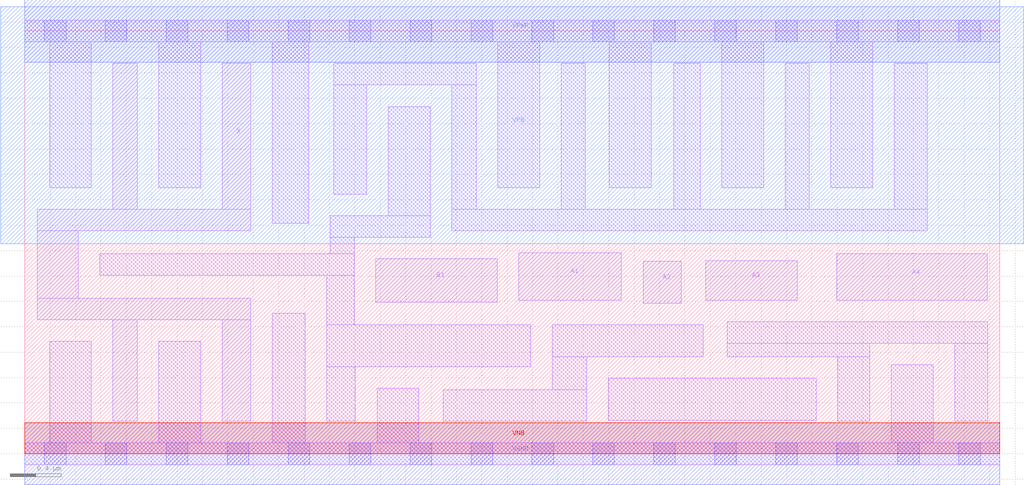
<source format=lef>
# Copyright 2020 The SkyWater PDK Authors
#
# Licensed under the Apache License, Version 2.0 (the "License");
# you may not use this file except in compliance with the License.
# You may obtain a copy of the License at
#
#     https://www.apache.org/licenses/LICENSE-2.0
#
# Unless required by applicable law or agreed to in writing, software
# distributed under the License is distributed on an "AS IS" BASIS,
# WITHOUT WARRANTIES OR CONDITIONS OF ANY KIND, either express or implied.
# See the License for the specific language governing permissions and
# limitations under the License.
#
# SPDX-License-Identifier: Apache-2.0

VERSION 5.7 ;
  NOWIREEXTENSIONATPIN ON ;
  DIVIDERCHAR "/" ;
  BUSBITCHARS "[]" ;
MACRO sky130_fd_sc_lp__a41o_4
  CLASS CORE ;
  FOREIGN sky130_fd_sc_lp__a41o_4 ;
  ORIGIN  0.000000  0.000000 ;
  SIZE  7.680000 BY  3.330000 ;
  SYMMETRY X Y R90 ;
  SITE unit ;
  PIN A1
    ANTENNAGATEAREA  0.630000 ;
    DIRECTION INPUT ;
    USE SIGNAL ;
    PORT
      LAYER li1 ;
        RECT 3.890000 1.210000 4.700000 1.585000 ;
    END
  END A1
  PIN A2
    ANTENNAGATEAREA  0.630000 ;
    DIRECTION INPUT ;
    USE SIGNAL ;
    PORT
      LAYER li1 ;
        RECT 4.870000 1.185000 5.170000 1.515000 ;
    END
  END A2
  PIN A3
    ANTENNAGATEAREA  0.630000 ;
    DIRECTION INPUT ;
    USE SIGNAL ;
    PORT
      LAYER li1 ;
        RECT 5.365000 1.210000 6.085000 1.520000 ;
    END
  END A3
  PIN A4
    ANTENNAGATEAREA  0.630000 ;
    DIRECTION INPUT ;
    USE SIGNAL ;
    PORT
      LAYER li1 ;
        RECT 6.395000 1.210000 7.580000 1.575000 ;
    END
  END A4
  PIN B1
    ANTENNAGATEAREA  0.630000 ;
    DIRECTION INPUT ;
    USE SIGNAL ;
    PORT
      LAYER li1 ;
        RECT 2.765000 1.195000 3.720000 1.535000 ;
    END
  END B1
  PIN X
    ANTENNADIFFAREA  1.176000 ;
    DIRECTION OUTPUT ;
    USE SIGNAL ;
    PORT
      LAYER li1 ;
        RECT 0.100000 1.055000 1.780000 1.225000 ;
        RECT 0.100000 1.225000 0.420000 1.755000 ;
        RECT 0.100000 1.755000 1.780000 1.925000 ;
        RECT 0.695000 0.255000 0.885000 1.055000 ;
        RECT 0.695000 1.925000 0.885000 3.075000 ;
        RECT 1.555000 0.255000 1.780000 1.055000 ;
        RECT 1.555000 1.925000 1.780000 3.075000 ;
    END
  END X
  PIN VGND
    DIRECTION INOUT ;
    USE GROUND ;
    PORT
      LAYER met1 ;
        RECT 0.000000 -0.245000 7.680000 0.245000 ;
    END
  END VGND
  PIN VNB
    DIRECTION INOUT ;
    USE GROUND ;
    PORT
      LAYER pwell ;
        RECT 0.000000 0.000000 7.680000 0.245000 ;
    END
  END VNB
  PIN VPB
    DIRECTION INOUT ;
    USE POWER ;
    PORT
      LAYER nwell ;
        RECT -0.190000 1.655000 7.870000 3.520000 ;
    END
  END VPB
  PIN VPWR
    DIRECTION INOUT ;
    USE POWER ;
    PORT
      LAYER met1 ;
        RECT 0.000000 3.085000 7.680000 3.575000 ;
    END
  END VPWR
  OBS
    LAYER li1 ;
      RECT 0.000000 -0.085000 7.680000 0.085000 ;
      RECT 0.000000  3.245000 7.680000 3.415000 ;
      RECT 0.195000  0.085000 0.525000 0.885000 ;
      RECT 0.195000  2.095000 0.525000 3.245000 ;
      RECT 0.590000  1.405000 2.595000 1.575000 ;
      RECT 1.055000  0.085000 1.385000 0.885000 ;
      RECT 1.055000  2.095000 1.385000 3.245000 ;
      RECT 1.950000  0.085000 2.210000 1.105000 ;
      RECT 1.950000  1.815000 2.235000 3.245000 ;
      RECT 2.380000  0.255000 2.605000 0.685000 ;
      RECT 2.380000  0.685000 3.985000 1.015000 ;
      RECT 2.380000  1.015000 2.595000 1.405000 ;
      RECT 2.405000  1.575000 2.595000 1.705000 ;
      RECT 2.405000  1.705000 3.195000 1.875000 ;
      RECT 2.435000  2.045000 2.695000 2.905000 ;
      RECT 2.435000  2.905000 3.555000 3.075000 ;
      RECT 2.775000  0.085000 3.105000 0.515000 ;
      RECT 2.865000  1.875000 3.195000 2.735000 ;
      RECT 3.295000  0.255000 4.425000 0.505000 ;
      RECT 3.365000  1.755000 7.110000 1.925000 ;
      RECT 3.365000  1.925000 3.555000 2.905000 ;
      RECT 3.725000  2.095000 4.055000 3.245000 ;
      RECT 4.155000  0.505000 4.425000 0.765000 ;
      RECT 4.155000  0.765000 5.345000 1.015000 ;
      RECT 4.225000  1.925000 4.415000 3.075000 ;
      RECT 4.595000  0.265000 6.235000 0.595000 ;
      RECT 4.605000  2.095000 4.935000 3.245000 ;
      RECT 5.110000  1.925000 5.320000 3.075000 ;
      RECT 5.490000  2.095000 5.820000 3.245000 ;
      RECT 5.535000  0.765000 6.655000 0.870000 ;
      RECT 5.535000  0.870000 7.585000 1.040000 ;
      RECT 5.990000  1.925000 6.180000 3.075000 ;
      RECT 6.350000  2.095000 6.680000 3.245000 ;
      RECT 6.405000  0.255000 6.655000 0.765000 ;
      RECT 6.825000  0.085000 7.155000 0.700000 ;
      RECT 6.850000  1.925000 7.110000 3.075000 ;
      RECT 7.325000  0.255000 7.585000 0.870000 ;
    LAYER mcon ;
      RECT 0.155000 -0.085000 0.325000 0.085000 ;
      RECT 0.155000  3.245000 0.325000 3.415000 ;
      RECT 0.635000 -0.085000 0.805000 0.085000 ;
      RECT 0.635000  3.245000 0.805000 3.415000 ;
      RECT 1.115000 -0.085000 1.285000 0.085000 ;
      RECT 1.115000  3.245000 1.285000 3.415000 ;
      RECT 1.595000 -0.085000 1.765000 0.085000 ;
      RECT 1.595000  3.245000 1.765000 3.415000 ;
      RECT 2.075000 -0.085000 2.245000 0.085000 ;
      RECT 2.075000  3.245000 2.245000 3.415000 ;
      RECT 2.555000 -0.085000 2.725000 0.085000 ;
      RECT 2.555000  3.245000 2.725000 3.415000 ;
      RECT 3.035000 -0.085000 3.205000 0.085000 ;
      RECT 3.035000  3.245000 3.205000 3.415000 ;
      RECT 3.515000 -0.085000 3.685000 0.085000 ;
      RECT 3.515000  3.245000 3.685000 3.415000 ;
      RECT 3.995000 -0.085000 4.165000 0.085000 ;
      RECT 3.995000  3.245000 4.165000 3.415000 ;
      RECT 4.475000 -0.085000 4.645000 0.085000 ;
      RECT 4.475000  3.245000 4.645000 3.415000 ;
      RECT 4.955000 -0.085000 5.125000 0.085000 ;
      RECT 4.955000  3.245000 5.125000 3.415000 ;
      RECT 5.435000 -0.085000 5.605000 0.085000 ;
      RECT 5.435000  3.245000 5.605000 3.415000 ;
      RECT 5.915000 -0.085000 6.085000 0.085000 ;
      RECT 5.915000  3.245000 6.085000 3.415000 ;
      RECT 6.395000 -0.085000 6.565000 0.085000 ;
      RECT 6.395000  3.245000 6.565000 3.415000 ;
      RECT 6.875000 -0.085000 7.045000 0.085000 ;
      RECT 6.875000  3.245000 7.045000 3.415000 ;
      RECT 7.355000 -0.085000 7.525000 0.085000 ;
      RECT 7.355000  3.245000 7.525000 3.415000 ;
  END
END sky130_fd_sc_lp__a41o_4
END LIBRARY

</source>
